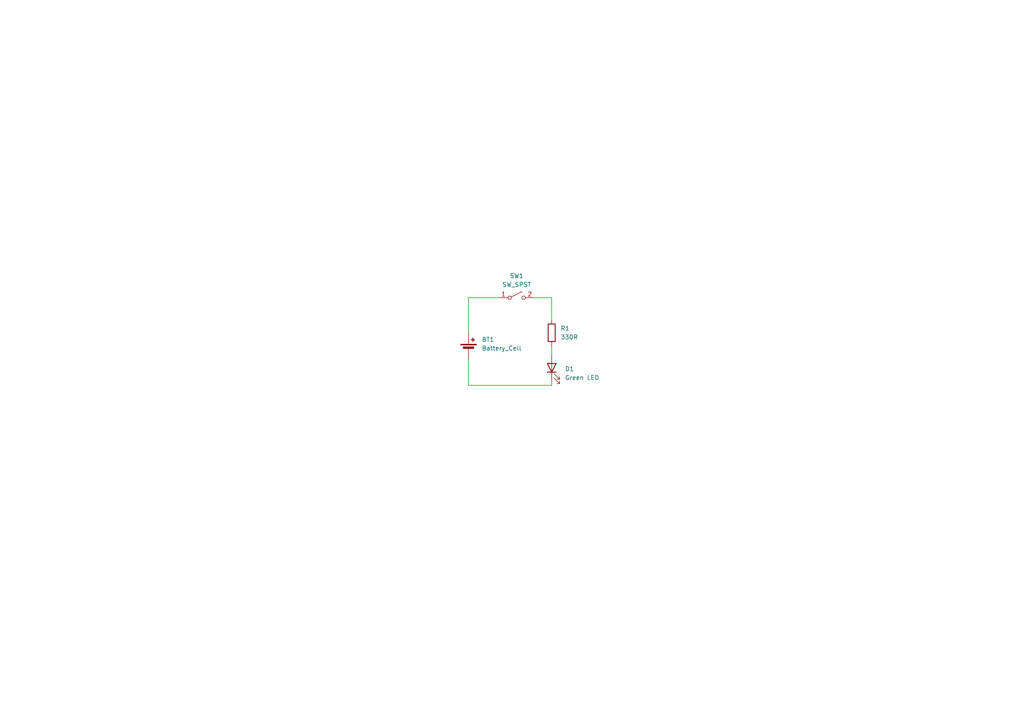
<source format=kicad_sch>
(kicad_sch (version 20231120) (generator "eeschema") (generator_version "8.0")
  (paper "A4")
  (lib_symbols
    (symbol "Device:Battery_Cell" (pin_numbers hide) (pin_names (offset 0) hide)
      (property "Reference" "BT" (at 2.54 2.54 0))
      (property "Value" "Battery_Cell" (at 2.54 0 0))
      (symbol "Battery_Cell_0_1"
        (rectangle (start -2.286 1.778) (end 2.286 1.524) (fill (type outline)))
        (rectangle (start -1.524 1.016) (end 1.524 0.508) (fill (type outline)))
        (polyline (pts (xy 0 0.762) (xy 0 0)))
        (polyline (pts (xy 0 1.778) (xy 0 2.54)))
        (polyline (pts (xy 0.762 3.048) (xy 1.778 3.048)) (stroke (width 0.254)))
        (polyline (pts (xy 1.27 3.556) (xy 1.27 2.54)) (stroke (width 0.254)))
      )
      (symbol "Battery_Cell_1_1"
        (pin passive line (at 0 5.08 270) (length 2.54) (name "+") (number "1"))
        (pin passive line (at 0 -2.54 90) (length 2.54) (name "-") (number "2"))
      )
    )
    (symbol "Device:LED" (pin_numbers hide) (pin_names (offset 1.016) hide)
      (property "Reference" "D" (at 0 2.54 0))
      (property "Value" "LED" (at 0 -2.54 0))
      (symbol "LED_0_1"
        (polyline (pts (xy -1.27 -1.27) (xy -1.27 1.27)) (stroke (width 0.254)))
        (polyline (pts (xy -1.27 0) (xy 1.27 0)))
        (polyline (pts (xy 1.27 -1.27) (xy 1.27 1.27) (xy -1.27 0) (xy 1.27 -1.27)) (stroke (width 0.254)))
        (polyline (pts (xy -3.048 -0.762) (xy -4.572 -2.286) (xy -3.81 -2.286) (xy -4.572 -2.286) (xy -4.572 -1.524)))
        (polyline (pts (xy -1.778 -0.762) (xy -3.302 -2.286) (xy -2.54 -2.286) (xy -3.302 -2.286) (xy -3.302 -1.524)))
      )
      (symbol "LED_1_1"
        (pin passive line (at -3.81 0 0) (length 2.54) (name "K") (number "1"))
        (pin passive line (at 3.81 0 180) (length 2.54) (name "A") (number "2"))
      )
    )
    (symbol "Device:R" (pin_numbers hide) (pin_names (offset 0))
      (property "Reference" "R" (at 2.032 0 90))
      (property "Value" "R" (at 0 0 90))
      (symbol "R_0_1"
        (rectangle (start -1.016 -2.54) (end 1.016 2.54) (stroke (width 0.254)))
      )
      (symbol "R_1_1"
        (pin passive line (at 0 3.81 270) (length 1.27) (name "~") (number "1"))
        (pin passive line (at 0 -3.81 90) (length 1.27) (name "~") (number "2"))
      )
    )
    (symbol "Switch:SW_SPST" (pin_names (offset 0) hide)
      (property "Reference" "SW" (at 0 3.175 0))
      (property "Value" "SW_SPST" (at 0 -2.54 0))
      (symbol "SW_SPST_0_0"
        (circle (center -2.032 0) (radius 0.508))
        (polyline (pts (xy -1.524 0.254) (xy 1.524 1.778)))
        (circle (center 2.032 0) (radius 0.508))
      )
      (symbol "SW_SPST_1_1"
        (pin passive line (at -5.08 0 0) (length 2.54) (name "A") (number "1"))
        (pin passive line (at 5.08 0 180) (length 2.54) (name "B") (number "2"))
      )
    )
  )
  (wire (pts (xy 160.02 110.49) (xy 160.02 111.76)))
  (wire (pts (xy 135.89 111.76) (xy 135.89 104.14)))
  (wire (pts (xy 160.02 111.76) (xy 135.89 111.76)))
  (wire (pts (xy 154.94 86.36) (xy 160.02 86.36)))
  (wire (pts (xy 135.89 86.36) (xy 135.89 96.52)))
  (wire (pts (xy 160.02 100.33) (xy 160.02 102.87)))
  (wire (pts (xy 144.78 86.36) (xy 135.89 86.36)))
  (wire (pts (xy 160.02 86.36) (xy 160.02 92.71)))
  (symbol (lib_id "Device:R") (at 160.02 96.52 0) (unit 1)
    (property "Reference" "R1" (at 162.56 95.2499 0) (effects (justify left)))
    (property "Value" "330R" (at 162.56 97.7899 0) (effects (justify left)))
    (property "Footprint" "Resistor_SMD:R_0603_1608Metric" (effects (hide yes)))
    (property "Datasheet" "https://www.yageo.com/upload/media/product/products/datasheet/rchip/PYu-RC_Group_51_RoHS_L_12.pdf" (effects (hide yes)))
    (property "Description" "330 Ohms ±1% 0.1W, 1/10W Chip Resistor 0603 (1608 Metric) Moisture Resistant Thick Film" (effects (hide yes)))
    (property "MFG" "Yageo" (effects (hide yes)))
    (property "MPN" "RC0603FR-07330RL" (effects (hide yes)))
    (property "VTPN" "4006-00040-00" (effects (hide yes)))
  )
  (symbol (lib_id "Switch:SW_SPST") (at 149.86 86.36 0) (unit 1)
    (property "Reference" "SW1" (at 149.86 80.01 0))
    (property "Value" "SW_SPST" (at 149.86 82.55 0))
    (property "Description" "Single Pole Single Throw (SPST) switch" (effects (hide yes)))
  )
  (symbol (lib_id "Device:Battery_Cell") (at 135.89 101.6 0) (unit 1)
    (property "Reference" "BT1" (at 139.7 98.4884 0) (effects (justify left)))
    (property "Value" "Battery_Cell" (at 139.7 101.0284 0) (effects (justify left)))
    (property "Description" "Single-cell battery" (effects (hide yes)))
  )
  (symbol (lib_id "Device:LED") (at 160.02 106.68 90) (unit 1)
    (property "Reference" "D1" (at 163.83 106.9974 90) (effects (justify right)))
    (property "Value" "Green LED" (at 163.83 109.5374 90) (effects (justify right)))
    (property "Footprint" "LED_SMD:LED_0805_2012Metric" (effects (hide yes)))
    (property "Datasheet" "https://mm.digikey.com/Volume0/opasdata/d220001/medias/docus/511/598_Series_0805_Pkg.pdf" (effects (hide yes)))
    (property "Description" "LED, Green 523nm, 3.2V, 0805 (2012 Metric)" (effects (hide yes)))
    (property "MFG" "Dialight" (effects (hide yes)))
    (property "MPN" "598-8181-102F" (effects (hide yes)))
    (property "VTPN" "4752-01010-00" (effects (hide yes)))
  )
)
</source>
